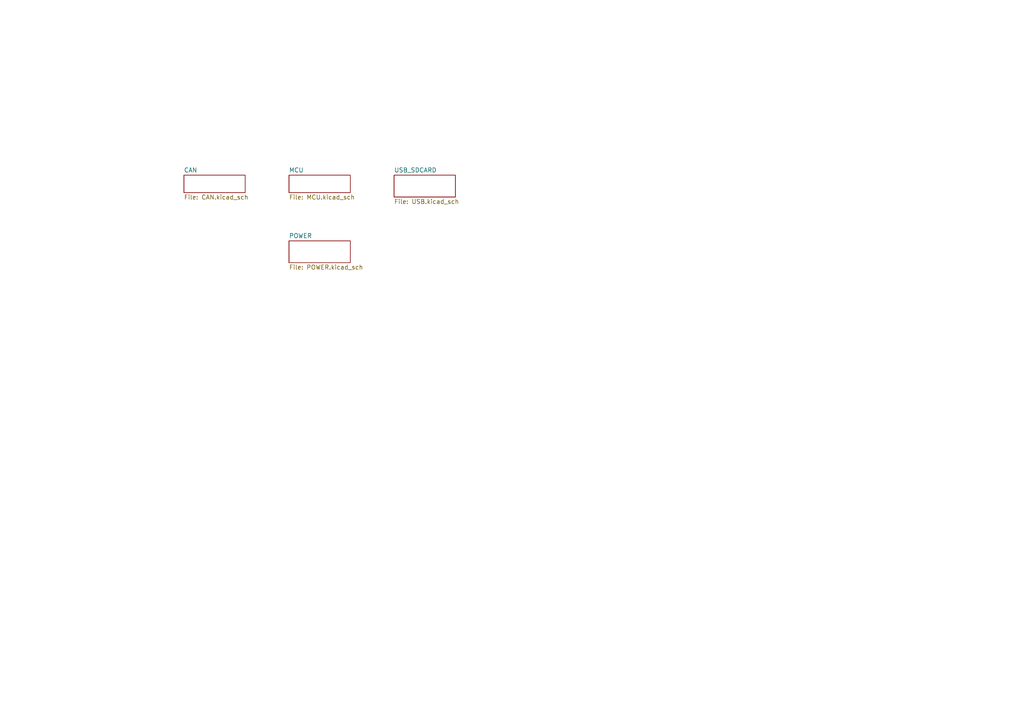
<source format=kicad_sch>
(kicad_sch
	(version 20250114)
	(generator "eeschema")
	(generator_version "9.0")
	(uuid "c59a6287-5b72-492b-aa01-526032899224")
	(paper "A4")
	(title_block
		(title "2CH CAN  Logger")
		(rev "1.0")
	)
	(lib_symbols)
	(sheet
		(at 53.34 50.8)
		(size 17.78 5.08)
		(exclude_from_sim no)
		(in_bom yes)
		(on_board yes)
		(dnp no)
		(fields_autoplaced yes)
		(stroke
			(width 0.1524)
			(type solid)
		)
		(fill
			(color 0 0 0 0.0000)
		)
		(uuid "4f7c91a7-7232-40ec-8224-bb95fa54cbdb")
		(property "Sheetname" "CAN"
			(at 53.34 50.0884 0)
			(effects
				(font
					(size 1.27 1.27)
				)
				(justify left bottom)
			)
		)
		(property "Sheetfile" "CAN.kicad_sch"
			(at 53.34 56.4646 0)
			(effects
				(font
					(size 1.27 1.27)
				)
				(justify left top)
			)
		)
		(instances
			(project "canlogger"
				(path "/c59a6287-5b72-492b-aa01-526032899224"
					(page "3")
				)
			)
		)
	)
	(sheet
		(at 114.3 50.8)
		(size 17.78 6.35)
		(exclude_from_sim no)
		(in_bom yes)
		(on_board yes)
		(dnp no)
		(fields_autoplaced yes)
		(stroke
			(width 0.1524)
			(type solid)
		)
		(fill
			(color 0 0 0 0.0000)
		)
		(uuid "6ef1d395-aa53-4e7a-8e4b-b7828baf3fc4")
		(property "Sheetname" "USB_SDCARD"
			(at 114.3 50.0884 0)
			(effects
				(font
					(size 1.27 1.27)
				)
				(justify left bottom)
			)
		)
		(property "Sheetfile" "USB.kicad_sch"
			(at 114.3 57.7346 0)
			(effects
				(font
					(size 1.27 1.27)
				)
				(justify left top)
			)
		)
		(instances
			(project "canlogger"
				(path "/c59a6287-5b72-492b-aa01-526032899224"
					(page "4")
				)
			)
		)
	)
	(sheet
		(at 83.82 69.85)
		(size 17.78 6.35)
		(exclude_from_sim no)
		(in_bom yes)
		(on_board yes)
		(dnp no)
		(fields_autoplaced yes)
		(stroke
			(width 0.1524)
			(type solid)
		)
		(fill
			(color 0 0 0 0.0000)
		)
		(uuid "9cb52fbd-516b-461b-a431-5fba0fa3eb43")
		(property "Sheetname" "POWER"
			(at 83.82 69.1384 0)
			(effects
				(font
					(size 1.27 1.27)
				)
				(justify left bottom)
			)
		)
		(property "Sheetfile" "POWER.kicad_sch"
			(at 83.82 76.7846 0)
			(effects
				(font
					(size 1.27 1.27)
				)
				(justify left top)
			)
		)
		(instances
			(project "canlogger"
				(path "/c59a6287-5b72-492b-aa01-526032899224"
					(page "5")
				)
			)
		)
	)
	(sheet
		(at 83.82 50.8)
		(size 17.78 5.08)
		(exclude_from_sim no)
		(in_bom yes)
		(on_board yes)
		(dnp no)
		(fields_autoplaced yes)
		(stroke
			(width 0.1524)
			(type solid)
		)
		(fill
			(color 0 0 0 0.0000)
		)
		(uuid "ab3add60-e83c-416c-8740-9e0bd2e9eebb")
		(property "Sheetname" "MCU"
			(at 83.82 50.0884 0)
			(effects
				(font
					(size 1.27 1.27)
				)
				(justify left bottom)
			)
		)
		(property "Sheetfile" "MCU.kicad_sch"
			(at 83.82 56.4646 0)
			(effects
				(font
					(size 1.27 1.27)
				)
				(justify left top)
			)
		)
		(instances
			(project "canlogger"
				(path "/c59a6287-5b72-492b-aa01-526032899224"
					(page "2")
				)
			)
		)
	)
	(sheet_instances
		(path "/"
			(page "1")
		)
	)
	(embedded_fonts no)
)

</source>
